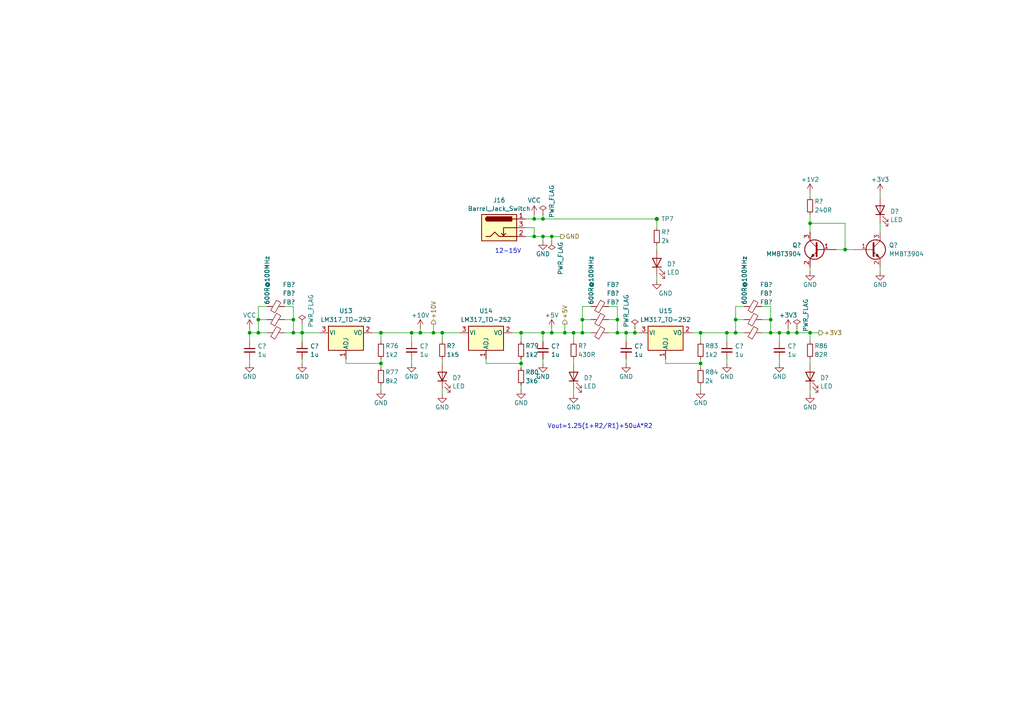
<source format=kicad_sch>
(kicad_sch (version 20230121) (generator eeschema)
  (paper "A4")
  (title_block (title "SmallDSP") (date "2023-10-12") (rev "1.1") (company "Till Heuer"))
  (lib_symbols
    (symbol "Connector:Barrel_Jack_Switch" (pin_names hide)
      (property "Reference" "J" (at 0 5.334 0))
      (property "Value" "Barrel_Jack_Switch" (at 0 -5.08 0))
      (symbol "Barrel_Jack_Switch_0_1"
        (rectangle (start -5.08 3.81) (end 5.08 -3.81) (stroke (width 0.254)) (fill (type background)))
        (arc (start -3.302 3.175) (mid -3.9343 2.54) (end -3.302 1.905) (stroke (width 0.254)))
        (arc (start -3.302 3.175) (mid -3.9343 2.54) (end -3.302 1.905) (stroke (width 0.254)) (fill (type outline)))
        (polyline (pts (xy 1.27 -2.286) (xy 1.905 -1.651)) (stroke (width 0.254)))
        (polyline (pts (xy 5.08 2.54) (xy 3.81 2.54)) (stroke (width 0.254)))
        (polyline (pts (xy 5.08 0) (xy 1.27 0) (xy 1.27 -2.286) (xy 0.635 -1.651)) (stroke (width 0.254)))
        (polyline (pts (xy -3.81 -2.54) (xy -2.54 -2.54) (xy -1.27 -1.27) (xy 0 -2.54) (xy 2.54 -2.54) (xy 5.08 -2.54)) (stroke (width 0.254)))
        (rectangle (start 3.683 3.175) (end -3.302 1.905) (stroke (width 0.254)) (fill (type outline)))
      )
      (symbol "Barrel_Jack_Switch_1_1"
        (pin passive line (at 7.62 2.54 180) (length 2.54) (name "~") (number "1"))
        (pin passive line (at 7.62 -2.54 180) (length 2.54) (name "~") (number "2"))
        (pin passive line (at 7.62 0 180) (length 2.54) (name "~") (number "3"))
      )
    )
    (symbol "Connector:TestPoint_Small" (pin_numbers hide) (pin_names (offset 0.762) hide)
      (property "Reference" "TP" (at 0 3.81 0))
      (property "Value" "TestPoint_Small" (at 0 2.032 0))
      (symbol "TestPoint_Small_0_1"
        (circle (center 0 0) (radius 0.508))
      )
      (symbol "TestPoint_Small_1_1"
        (pin passive line (at 0 0 90) (length 0) (name "1") (number "1"))
      )
    )
    (symbol "Device:C_Small" (pin_numbers hide) (pin_names (offset 0.254) hide)
      (property "Reference" "C" (at 0.254 1.778 0))
      (property "Value" "C_Small" (at 0.254 -2.032 0))
      (symbol "C_Small_0_1"
        (polyline (pts (xy -1.524 -0.508) (xy 1.524 -0.508)) (stroke (width 0.3302)))
        (polyline (pts (xy -1.524 0.508) (xy 1.524 0.508)) (stroke (width 0.3048)))
      )
      (symbol "C_Small_1_1"
        (pin passive line (at 0 2.54 270) (length 2.032) (name "~") (number "1"))
        (pin passive line (at 0 -2.54 90) (length 2.032) (name "~") (number "2"))
      )
    )
    (symbol "Device:FerriteBead_Small" (pin_numbers hide) (pin_names (offset 0))
      (property "Reference" "FB" (at 1.905 1.27 0))
      (property "Value" "FerriteBead_Small" (at 1.905 -1.27 0))
      (symbol "FerriteBead_Small_0_1"
        (polyline (pts (xy 0 -1.27) (xy 0 -0.7874)))
        (polyline (pts (xy 0 0.889) (xy 0 1.2954)))
        (polyline (pts (xy -1.8288 0.2794) (xy -1.1176 1.4986) (xy 1.8288 -0.2032) (xy 1.1176 -1.4224) (xy -1.8288 0.2794)))
      )
      (symbol "FerriteBead_Small_1_1"
        (pin passive line (at 0 2.54 270) (length 1.27) (name "~") (number "1"))
        (pin passive line (at 0 -2.54 90) (length 1.27) (name "~") (number "2"))
      )
    )
    (symbol "Device:LED" (pin_numbers hide) (pin_names (offset 1.016) hide)
      (property "Reference" "D" (at 0 2.54 0))
      (property "Value" "LED" (at 0 -2.54 0))
      (symbol "LED_0_1"
        (polyline (pts (xy -1.27 -1.27) (xy -1.27 1.27)) (stroke (width 0.254)))
        (polyline (pts (xy -1.27 0) (xy 1.27 0)))
        (polyline (pts (xy 1.27 -1.27) (xy 1.27 1.27) (xy -1.27 0) (xy 1.27 -1.27)) (stroke (width 0.254)))
        (polyline (pts (xy -3.048 -0.762) (xy -4.572 -2.286) (xy -3.81 -2.286) (xy -4.572 -2.286) (xy -4.572 -1.524)))
        (polyline (pts (xy -1.778 -0.762) (xy -3.302 -2.286) (xy -2.54 -2.286) (xy -3.302 -2.286) (xy -3.302 -1.524)))
      )
      (symbol "LED_1_1"
        (pin passive line (at -3.81 0 0) (length 2.54) (name "K") (number "1"))
        (pin passive line (at 3.81 0 180) (length 2.54) (name "A") (number "2"))
      )
    )
    (symbol "Device:R_Small" (pin_numbers hide) (pin_names (offset 0.254) hide)
      (property "Reference" "R" (at 0.762 0.508 0))
      (property "Value" "R_Small" (at 0.762 -1.016 0))
      (symbol "R_Small_0_1"
        (rectangle (start -0.762 1.778) (end 0.762 -1.778) (stroke (width 0.2032)))
      )
      (symbol "R_Small_1_1"
        (pin passive line (at 0 2.54 270) (length 0.762) (name "~") (number "1"))
        (pin passive line (at 0 -2.54 90) (length 0.762) (name "~") (number "2"))
      )
    )
    (symbol "Regulator_Linear:LM317_TO-252" (pin_names (offset 0.254))
      (property "Reference" "U" (at -3.81 3.175 0))
      (property "Value" "LM317_TO-252" (at 0 3.175 0))
      (symbol "LM317_TO-252_0_1"
        (rectangle (start -5.08 1.905) (end 5.08 -5.08) (stroke (width 0.254)) (fill (type background)))
      )
      (symbol "LM317_TO-252_1_1"
        (pin input line (at 0 -7.62 90) (length 2.54) (name "ADJ") (number "1"))
        (pin power_out line (at 7.62 0 180) (length 2.54) (name "VO") (number "2"))
        (pin power_in line (at -7.62 0 0) (length 2.54) (name "VI") (number "3"))
      )
    )
    (symbol "Transistor_BJT:MMBT3904" (pin_names (offset 0) hide)
      (property "Reference" "Q" (at 5.08 1.905 0))
      (property "Value" "MMBT3904" (at 5.08 0 0))
      (symbol "MMBT3904_0_1"
        (polyline (pts (xy 0.635 0.635) (xy 2.54 2.54)))
        (polyline (pts (xy 0.635 -0.635) (xy 2.54 -2.54) (xy 2.54 -2.54)))
        (polyline (pts (xy 0.635 1.905) (xy 0.635 -1.905) (xy 0.635 -1.905)) (stroke (width 0.508)))
        (polyline (pts (xy 1.27 -1.778) (xy 1.778 -1.27) (xy 2.286 -2.286) (xy 1.27 -1.778) (xy 1.27 -1.778)) (fill (type outline)))
        (circle (center 1.27 0) (radius 2.8194) (stroke (width 0.254)))
      )
      (symbol "MMBT3904_1_1"
        (pin input line (at -5.08 0 0) (length 5.715) (name "B") (number "1"))
        (pin passive line (at 2.54 -5.08 90) (length 2.54) (name "E") (number "2"))
        (pin passive line (at 2.54 5.08 270) (length 2.54) (name "C") (number "3"))
      )
    )
    (symbol "power:+10V" (power) (pin_names (offset 0))
      (property "Value" "+10V" (at 0 3.556 0))
      (symbol "+10V_0_1"
        (polyline (pts (xy -0.762 1.27) (xy 0 2.54)))
        (polyline (pts (xy 0 0) (xy 0 2.54)))
        (polyline (pts (xy 0 2.54) (xy 0.762 1.27)))
      )
      (symbol "+10V_1_1"
        (pin power_in line (at 0 0 90) (length 0) hide (name "+10V") (number "1"))
      )
    )
    (symbol "power:+1V2" (power) (pin_names (offset 0))
      (property "Value" "+1V2" (at 0 3.556 0))
      (symbol "+1V2_0_1"
        (polyline (pts (xy -0.762 1.27) (xy 0 2.54)))
        (polyline (pts (xy 0 0) (xy 0 2.54)))
        (polyline (pts (xy 0 2.54) (xy 0.762 1.27)))
      )
      (symbol "+1V2_1_1"
        (pin power_in line (at 0 0 90) (length 0) hide (name "+1V2") (number "1"))
      )
    )
    (symbol "power:+3V3" (power) (pin_names (offset 0))
      (property "Value" "+3V3" (at 0 3.556 0))
      (symbol "+3V3_0_1"
        (polyline (pts (xy -0.762 1.27) (xy 0 2.54)))
        (polyline (pts (xy 0 0) (xy 0 2.54)))
        (polyline (pts (xy 0 2.54) (xy 0.762 1.27)))
      )
      (symbol "+3V3_1_1"
        (pin power_in line (at 0 0 90) (length 0) hide (name "+3V3") (number "1"))
      )
    )
    (symbol "power:+5V" (power) (pin_names (offset 0))
      (property "Value" "+5V" (at 0 3.556 0))
      (symbol "+5V_0_1"
        (polyline (pts (xy -0.762 1.27) (xy 0 2.54)))
        (polyline (pts (xy 0 0) (xy 0 2.54)))
        (polyline (pts (xy 0 2.54) (xy 0.762 1.27)))
      )
      (symbol "+5V_1_1"
        (pin power_in line (at 0 0 90) (length 0) hide (name "+5V") (number "1"))
      )
    )
    (symbol "power:GND" (power) (pin_names (offset 0))
      (property "Value" "GND" (at 0 -3.81 0))
      (symbol "GND_0_1"
        (polyline (pts (xy 0 0) (xy 0 -1.27) (xy 1.27 -1.27) (xy 0 -2.54) (xy -1.27 -1.27) (xy 0 -1.27)))
      )
      (symbol "GND_1_1"
        (pin power_in line (at 0 0 270) (length 0) hide (name "GND") (number "1"))
      )
    )
    (symbol "power:PWR_FLAG" (power) (pin_numbers hide) (pin_names (offset 0) hide)
      (property "Value" "PWR_FLAG" (at 0 3.81 0))
      (symbol "PWR_FLAG_0_0"
        (pin power_out line (at 0 0 90) (length 0) (name "pwr") (number "1"))
      )
      (symbol "PWR_FLAG_0_1"
        (polyline (pts (xy 0 0) (xy 0 1.27) (xy -1.016 1.905) (xy 0 2.54) (xy 1.016 1.905) (xy 0 1.27)))
      )
    )
    (symbol "power:VCC" (power) (pin_names (offset 0))
      (property "Value" "VCC" (at 0 3.81 0))
      (symbol "VCC_0_1"
        (polyline (pts (xy -0.762 1.27) (xy 0 2.54)))
        (polyline (pts (xy 0 0) (xy 0 2.54)))
        (polyline (pts (xy 0 2.54) (xy 0.762 1.27)))
      )
      (symbol "VCC_1_1"
        (pin power_in line (at 0 0 90) (length 0) hide (name "VCC") (number "1"))
      )
    )
  )
  (junction (at 87.63 96.52))
  (junction (at 151.13 105.41))
  (junction (at 157.48 68.58))
  (junction (at 213.36 96.52))
  (junction (at 125.73 96.52))
  (junction (at 179.07 96.52))
  (junction (at 234.95 64.77))
  (junction (at 228.6 96.52))
  (junction (at 203.2 105.41))
  (junction (at 179.07 92.71))
  (junction (at 110.49 105.41))
  (junction (at 74.93 96.52))
  (junction (at 190.5 63.5))
  (junction (at 166.37 96.52))
  (junction (at 203.2 96.52))
  (junction (at 226.06 96.52))
  (junction (at 151.13 96.52))
  (junction (at 154.94 63.5))
  (junction (at 121.92 96.52))
  (junction (at 74.93 92.71))
  (junction (at 110.49 96.52))
  (junction (at 163.83 96.52))
  (junction (at 210.82 96.52))
  (junction (at 119.38 96.52))
  (junction (at 85.09 96.52))
  (junction (at 184.15 96.52))
  (junction (at 231.14 96.52))
  (junction (at 157.48 63.5))
  (junction (at 181.61 96.52))
  (junction (at 72.39 96.52))
  (junction (at 223.52 92.71))
  (junction (at 168.91 92.71))
  (junction (at 128.27 96.52))
  (junction (at 234.95 96.52))
  (junction (at 223.52 96.52))
  (junction (at 157.48 96.52))
  (junction (at 160.02 96.52))
  (junction (at 168.91 96.52))
  (junction (at 154.94 68.58))
  (junction (at 85.09 92.71))
  (junction (at 245.11 72.39))
  (junction (at 213.36 92.71))
  (junction (at 160.02 68.58))
  (wire (pts (xy 128.27 96.52) (xy 128.27 99.06)))
  (wire (pts (xy 203.2 104.14) (xy 203.2 105.41)))
  (wire (pts (xy 160.02 95.25) (xy 160.02 96.52)))
  (wire (pts (xy 151.13 111.76) (xy 151.13 113.03)))
  (wire (pts (xy 203.2 111.76) (xy 203.2 113.03)))
  (wire (pts (xy 151.13 105.41) (xy 151.13 106.68)))
  (wire (pts (xy 140.97 105.41) (xy 151.13 105.41)))
  (wire (pts (xy 234.95 77.47) (xy 234.95 78.74)))
  (wire (pts (xy 128.27 104.14) (xy 128.27 105.41)))
  (wire (pts (xy 223.52 92.71) (xy 223.52 96.52)))
  (wire (pts (xy 200.66 96.52) (xy 203.2 96.52)))
  (wire (pts (xy 82.55 96.52) (xy 85.09 96.52)))
  (wire (pts (xy 87.63 99.06) (xy 87.63 96.52)))
  (wire (pts (xy 228.6 96.52) (xy 231.14 96.52)))
  (wire (pts (xy 85.09 88.9) (xy 85.09 92.71)))
  (wire (pts (xy 151.13 104.14) (xy 151.13 105.41)))
  (wire (pts (xy 215.9 92.71) (xy 213.36 92.71)))
  (wire (pts (xy 234.95 96.52) (xy 237.49 96.52)))
  (wire (pts (xy 184.15 95.25) (xy 184.15 96.52)))
  (wire (pts (xy 181.61 99.06) (xy 181.61 96.52)))
  (wire (pts (xy 128.27 113.03) (xy 128.27 114.3)))
  (wire (pts (xy 151.13 99.06) (xy 151.13 96.52)))
  (wire (pts (xy 234.95 62.23) (xy 234.95 64.77)))
  (wire (pts (xy 166.37 96.52) (xy 168.91 96.52)))
  (wire (pts (xy 140.97 105.41) (xy 140.97 104.14)))
  (wire (pts (xy 74.93 96.52) (xy 77.47 96.52)))
  (wire (pts (xy 157.48 68.58) (xy 157.48 69.85)))
  (wire (pts (xy 151.13 96.52) (xy 157.48 96.52)))
  (wire (pts (xy 179.07 96.52) (xy 181.61 96.52)))
  (wire (pts (xy 72.39 96.52) (xy 72.39 99.06)))
  (wire (pts (xy 110.49 104.14) (xy 110.49 105.41)))
  (wire (pts (xy 220.98 96.52) (xy 223.52 96.52)))
  (wire (pts (xy 154.94 63.5) (xy 154.94 62.23)))
  (wire (pts (xy 215.9 88.9) (xy 213.36 88.9)))
  (wire (pts (xy 157.48 104.14) (xy 157.48 105.41)))
  (wire (pts (xy 100.33 105.41) (xy 100.33 104.14)))
  (wire (pts (xy 168.91 96.52) (xy 171.45 96.52)))
  (wire (pts (xy 220.98 88.9) (xy 223.52 88.9)))
  (wire (pts (xy 203.2 96.52) (xy 210.82 96.52)))
  (wire (pts (xy 181.61 96.52) (xy 184.15 96.52)))
  (wire (pts (xy 121.92 96.52) (xy 125.73 96.52)))
  (wire (pts (xy 157.48 96.52) (xy 157.48 99.06)))
  (wire (pts (xy 110.49 105.41) (xy 110.49 106.68)))
  (wire (pts (xy 245.11 64.77) (xy 234.95 64.77)))
  (wire (pts (xy 231.14 96.52) (xy 234.95 96.52)))
  (wire (pts (xy 213.36 92.71) (xy 213.36 96.52)))
  (wire (pts (xy 154.94 68.58) (xy 157.48 68.58)))
  (wire (pts (xy 220.98 92.71) (xy 223.52 92.71)))
  (wire (pts (xy 72.39 95.25) (xy 72.39 96.52)))
  (wire (pts (xy 203.2 99.06) (xy 203.2 96.52)))
  (wire (pts (xy 234.95 55.88) (xy 234.95 57.15)))
  (wire (pts (xy 210.82 104.14) (xy 210.82 105.41)))
  (wire (pts (xy 213.36 88.9) (xy 213.36 92.71)))
  (wire (pts (xy 154.94 63.5) (xy 157.48 63.5)))
  (wire (pts (xy 213.36 96.52) (xy 215.9 96.52)))
  (wire (pts (xy 223.52 88.9) (xy 223.52 92.71)))
  (wire (pts (xy 168.91 92.71) (xy 168.91 96.52)))
  (wire (pts (xy 87.63 96.52) (xy 92.71 96.52)))
  (wire (pts (xy 154.94 66.04) (xy 154.94 68.58)))
  (wire (pts (xy 166.37 96.52) (xy 163.83 96.52)))
  (wire (pts (xy 255.27 77.47) (xy 255.27 78.74)))
  (wire (pts (xy 119.38 104.14) (xy 119.38 105.41)))
  (wire (pts (xy 152.4 63.5) (xy 154.94 63.5)))
  (wire (pts (xy 203.2 105.41) (xy 203.2 106.68)))
  (wire (pts (xy 231.14 95.25) (xy 231.14 96.52)))
  (wire (pts (xy 77.47 88.9) (xy 74.93 88.9)))
  (wire (pts (xy 234.95 113.03) (xy 234.95 114.3)))
  (wire (pts (xy 77.47 92.71) (xy 74.93 92.71)))
  (wire (pts (xy 193.04 105.41) (xy 193.04 104.14)))
  (wire (pts (xy 87.63 105.41) (xy 87.63 104.14)))
  (wire (pts (xy 121.92 95.25) (xy 121.92 96.52)))
  (wire (pts (xy 157.48 96.52) (xy 160.02 96.52)))
  (wire (pts (xy 226.06 99.06) (xy 226.06 96.52)))
  (wire (pts (xy 171.45 92.71) (xy 168.91 92.71)))
  (wire (pts (xy 242.57 72.39) (xy 245.11 72.39)))
  (wire (pts (xy 168.91 88.9) (xy 168.91 92.71)))
  (wire (pts (xy 171.45 88.9) (xy 168.91 88.9)))
  (wire (pts (xy 255.27 64.77) (xy 255.27 67.31)))
  (wire (pts (xy 245.11 72.39) (xy 245.11 64.77)))
  (wire (pts (xy 226.06 96.52) (xy 228.6 96.52)))
  (wire (pts (xy 128.27 96.52) (xy 133.35 96.52)))
  (wire (pts (xy 179.07 92.71) (xy 179.07 96.52)))
  (wire (pts (xy 119.38 96.52) (xy 121.92 96.52)))
  (wire (pts (xy 190.5 80.01) (xy 190.5 81.28)))
  (wire (pts (xy 193.04 105.41) (xy 203.2 105.41)))
  (wire (pts (xy 226.06 105.41) (xy 226.06 104.14)))
  (wire (pts (xy 181.61 105.41) (xy 181.61 104.14)))
  (wire (pts (xy 234.95 64.77) (xy 234.95 67.31)))
  (wire (pts (xy 160.02 96.52) (xy 163.83 96.52)))
  (wire (pts (xy 245.11 72.39) (xy 247.65 72.39)))
  (wire (pts (xy 110.49 96.52) (xy 119.38 96.52)))
  (wire (pts (xy 210.82 96.52) (xy 210.82 99.06)))
  (wire (pts (xy 157.48 63.5) (xy 190.5 63.5)))
  (wire (pts (xy 148.59 96.52) (xy 151.13 96.52)))
  (wire (pts (xy 160.02 68.58) (xy 162.56 68.58)))
  (wire (pts (xy 152.4 66.04) (xy 154.94 66.04)))
  (wire (pts (xy 82.55 88.9) (xy 85.09 88.9)))
  (wire (pts (xy 163.83 93.98) (xy 163.83 96.52)))
  (wire (pts (xy 157.48 68.58) (xy 160.02 68.58)))
  (wire (pts (xy 125.73 93.98) (xy 125.73 96.52)))
  (wire (pts (xy 179.07 88.9) (xy 179.07 92.71)))
  (wire (pts (xy 166.37 113.03) (xy 166.37 114.3)))
  (wire (pts (xy 72.39 96.52) (xy 74.93 96.52)))
  (wire (pts (xy 107.95 96.52) (xy 110.49 96.52)))
  (wire (pts (xy 166.37 96.52) (xy 166.37 99.06)))
  (wire (pts (xy 190.5 66.04) (xy 190.5 63.5)))
  (wire (pts (xy 74.93 92.71) (xy 74.93 96.52)))
  (wire (pts (xy 234.95 104.14) (xy 234.95 105.41)))
  (wire (pts (xy 176.53 96.52) (xy 179.07 96.52)))
  (wire (pts (xy 234.95 96.52) (xy 234.95 99.06)))
  (wire (pts (xy 255.27 55.88) (xy 255.27 57.15)))
  (wire (pts (xy 85.09 92.71) (xy 85.09 96.52)))
  (wire (pts (xy 85.09 96.52) (xy 87.63 96.52)))
  (wire (pts (xy 119.38 96.52) (xy 119.38 99.06)))
  (wire (pts (xy 166.37 104.14) (xy 166.37 105.41)))
  (wire (pts (xy 110.49 111.76) (xy 110.49 113.03)))
  (wire (pts (xy 176.53 88.9) (xy 179.07 88.9)))
  (wire (pts (xy 223.52 96.52) (xy 226.06 96.52)))
  (wire (pts (xy 160.02 68.58) (xy 160.02 69.85)))
  (wire (pts (xy 228.6 95.25) (xy 228.6 96.52)))
  (wire (pts (xy 128.27 96.52) (xy 125.73 96.52)))
  (wire (pts (xy 82.55 92.71) (xy 85.09 92.71)))
  (wire (pts (xy 157.48 62.23) (xy 157.48 63.5)))
  (wire (pts (xy 210.82 96.52) (xy 213.36 96.52)))
  (wire (pts (xy 87.63 93.98) (xy 87.63 96.52)))
  (wire (pts (xy 184.15 96.52) (xy 185.42 96.52)))
  (wire (pts (xy 74.93 88.9) (xy 74.93 92.71)))
  (wire (pts (xy 100.33 105.41) (xy 110.49 105.41)))
  (wire (pts (xy 152.4 68.58) (xy 154.94 68.58)))
  (wire (pts (xy 110.49 99.06) (xy 110.49 96.52)))
  (wire (pts (xy 190.5 71.12) (xy 190.5 72.39)))
  (wire (pts (xy 72.39 104.14) (xy 72.39 105.41)))
  (wire (pts (xy 176.53 92.71) (xy 179.07 92.71)))
  (text "Vout=1.25(1+R2/R1)+50uA*R2" (at 158.75 124.46 0) (effects (font (size 1.27 1.27)) (justify left bottom)))
  (text "12-15V" (at 143.51 73.66 0) (effects (font (size 1.27 1.27)) (justify left bottom)))
  (hierarchical_label "+5V" (shape output) (at 163.83 93.98 90))
  (hierarchical_label "GND" (shape output) (at 162.56 68.58 0))
  (hierarchical_label "+10V" (shape output) (at 125.73 93.98 90))
  (hierarchical_label "+3V3" (shape output) (at 237.49 96.52 0))
  (symbol (lib_id "Device:FerriteBead_Small") (at 218.44 96.52 90) (unit 1)
    (property "Reference" "FB?" (at 222.25 87.63 90))
    (property "Value" "600R@100MHz" (at 215.9 81.28 0))
    (property "Footprint" "Inductor_SMD:L_0805_2012Metric" (effects hide))
    (property "Assembling" "X" (effects hide))
    (property "JLC Part Number" "C1017" (effects hide))
    (property "Manufacturer" "Sunlord" (effects hide))
    (property "Part Number" "GZ2012D601TF" (effects hide))
    (property "Rated Current" "500mA" (effects hide))
    (instances (project "SmallDSPMainBoard" (path "" (reference "FB?") (unit 1)) (path "" (reference "FB9") (unit 1))))
  )
  (symbol (lib_id "power:GND") (at 203.2 113.03 0) (unit 1)
    (property "Reference" "#PWR?" (effects hide))
    (property "Value" "GND" (at 203.2 116.84 0))
    (instances (project "SmallDSPMainBoard" (path "" (reference "#PWR?") (unit 1)) (path "" (reference "#PWR0177") (unit 1))))
  )
  (symbol (lib_id "Connector:TestPoint_Small") (at 190.5 63.5 0) (unit 1)
    (property "Reference" "TP7" (at 191.77 63.5 0) (effects (justify left)))
    (property "Value" "TestPoint_Small" (effects hide))
    (property "Footprint" "TestPoint:TestPoint_Pad_D1.0mm" (effects hide))
  )
  (symbol (lib_id "Regulator_Linear:LM317_TO-252") (at 100.33 96.52 0) (unit 1)
    (property "Reference" "U13" (at 100.33 90.17 0))
    (property "Value" "LM317_TO-252" (at 100.33 92.71 0))
    (property "Footprint" "Package_TO_SOT_SMD:TO-252-2" (effects hide))
    (property "Datasheet" "http://www.ti.com/lit/ds/snvs774n/snvs774n.pdf" (effects hide))
    (property "Assembling" "X" (effects hide))
    (property "JLC Part Number" "C75510" (effects hide))
    (property "Manufacturer" "UTC(Unisonic Tech) " (effects hide))
    (property "Part Number" "LM317AG-TN3-R " (effects hide))
  )
  (symbol (lib_id "power:+5V") (at 160.02 95.25 0) (unit 1)
    (property "Reference" "#PWR?" (effects hide))
    (property "Value" "+5V" (at 160.02 91.44 0))
    (instances (project "SmallDSPMainBoard" (path "" (reference "#PWR?") (unit 1)) (path "" (reference "#PWR0173") (unit 1))))
  )
  (symbol (lib_id "power:GND") (at 119.38 105.41 0) (unit 1)
    (property "Reference" "#PWR?" (effects hide))
    (property "Value" "GND" (at 119.38 109.22 0))
    (instances (project "SmallDSPMainBoard" (path "" (reference "#PWR?") (unit 1)) (path "" (reference "#PWR0166") (unit 1))))
  )
  (symbol (lib_id "power:GND") (at 166.37 114.3 0) (unit 1)
    (property "Reference" "#PWR?" (effects hide))
    (property "Value" "GND" (at 166.37 118.11 0))
    (instances (project "SmallDSPMainBoard" (path "" (reference "#PWR?") (unit 1)) (path "" (reference "#PWR0174") (unit 1))))
  )
  (symbol (lib_id "power:PWR_FLAG") (at 157.48 62.23 0) (mirror y) (unit 1)
    (property "Reference" "#FLG?" (effects hide))
    (property "Value" "PWR_FLAG" (at 160.02 58.42 90))
    (instances (project "SmallDSPMainBoard" (path "" (reference "#FLG?") (unit 1)) (path "" (reference "#FLG03") (unit 1))))
  )
  (symbol (lib_id "power:PWR_FLAG") (at 160.02 69.85 0) (mirror x) (unit 1)
    (property "Reference" "#FLG?" (effects hide))
    (property "Value" "PWR_FLAG" (at 162.56 74.93 90))
    (instances (project "SmallDSPMainBoard" (path "" (reference "#FLG?") (unit 1)) (path "" (reference "#FLG04") (unit 1))))
  )
  (symbol (lib_id "Device:C_Small") (at 157.48 101.6 0) (unit 1)
    (property "Reference" "C?" (at 159.8041 100.3942 0) (effects (justify left)))
    (property "Value" "1u" (at 159.8041 102.8184 0) (effects (justify left)))
    (property "Footprint" "Capacitor_SMD:C_0805_2012Metric" (effects hide))
    (property "Dielectric" "X7R" (effects hide))
    (property "Rated Voltage" "50V" (effects hide))
    (property "Assembling" "X" (effects hide))
    (property "JLC Part Number" "C28323" (effects hide))
    (property "Manufacturer" "Samsung Electro-Mechanics" (effects hide))
    (property "Part Number" "CL21B105KBFNNNE" (effects hide))
    (property "Tolerance" "10%" (effects hide))
    (instances (project "SmallDSPMainBoard" (path "" (reference "C?") (unit 1)) (path "" (reference "C55") (unit 1))))
  )
  (symbol (lib_id "power:PWR_FLAG") (at 87.63 93.98 0) (mirror y) (unit 1)
    (property "Reference" "#FLG?" (effects hide))
    (property "Value" "PWR_FLAG" (at 90.17 90.17 90))
    (instances (project "SmallDSPMainBoard" (path "" (reference "#FLG?") (unit 1)) (path "" (reference "#FLG02") (unit 1))))
  )
  (symbol (lib_id "Connector:Barrel_Jack_Switch") (at 144.78 66.04 0) (unit 1)
    (property "Reference" "J16" (at 144.78 58.0857 0))
    (property "Value" "Barrel_Jack_Switch" (at 144.78 60.5099 0))
    (property "Footprint" "1_Project_Footprints:BarrelJack_CUI_PJ-079BH_Horizontal" (effects hide))
    (property "Manufacturer" "CUI Devices" (effects hide))
    (property "Part Number" "PJ-079BH" (effects hide))
  )
  (symbol (lib_id "power:+10V") (at 121.92 95.25 0) (unit 1)
    (property "Reference" "#PWR0167" (effects hide))
    (property "Value" "+10V" (at 121.92 91.44 0))
  )
  (symbol (lib_id "Device:R_Small") (at 190.5 68.58 0) (unit 1)
    (property "Reference" "R?" (at 191.77 67.31 0) (effects (justify left)))
    (property "Value" "2k" (at 191.77 69.85 0) (effects (justify left)))
    (property "Footprint" "Resistor_SMD:R_0603_1608Metric" (effects hide))
    (property "Assembling" "X" (effects hide))
    (property "JLC Part Number" "C22975" (effects hide))
    (property "Manufacturer" "UNI-ROYAL(Uniroyal Elec)" (effects hide))
    (property "Part Number" "0603WAF2001T5E" (effects hide))
    (property "Rated Power" "100mW" (effects hide))
    (property "Tolerance" "1%" (effects hide))
    (instances (project "SmallDSPMainBoard" (path "" (reference "R?") (unit 1)) (path "" (reference "R82") (unit 1))))
  )
  (symbol (lib_id "power:GND") (at 157.48 105.41 0) (unit 1)
    (property "Reference" "#PWR?" (effects hide))
    (property "Value" "GND" (at 157.48 109.22 0))
    (instances (project "SmallDSPMainBoard" (path "" (reference "#PWR?") (unit 1)) (path "" (reference "#PWR0172") (unit 1))))
  )
  (symbol (lib_id "Device:LED") (at 255.27 60.96 90) (unit 1)
    (property "Reference" "D?" (at 258.191 61.3354 90) (effects (justify right)))
    (property "Value" "LED" (at 258.191 63.7596 90) (effects (justify right)))
    (property "Footprint" "LED_SMD:LED_0603_1608Metric" (effects hide))
    (property "Assembling" "X" (effects hide))
    (property "JLC Part Number" "C72041" (effects hide))
    (property "Manufacturer" "Everlight Elec" (effects hide))
    (property "Part Number" "19-217/BHC-ZL1M2RY/3T" (effects hide))
    (instances (project "SmallDSPMainBoard" (path "" (reference "D?") (unit 1)) (path "" (reference "D20") (unit 1))))
  )
  (symbol (lib_id "power:PWR_FLAG") (at 231.14 95.25 0) (mirror y) (unit 1)
    (property "Reference" "#FLG?" (effects hide))
    (property "Value" "PWR_FLAG" (at 233.68 91.44 90))
    (instances (project "SmallDSPMainBoard" (path "" (reference "#FLG?") (unit 1)) (path "" (reference "#FLG06") (unit 1))))
  )
  (symbol (lib_id "Device:R_Small") (at 203.2 109.22 0) (unit 1)
    (property "Reference" "R84" (at 204.47 107.95 0) (effects (justify left)))
    (property "Value" "2k" (at 204.47 110.49 0) (effects (justify left)))
    (property "Footprint" "Resistor_SMD:R_0603_1608Metric" (effects hide))
    (property "Manufacturer" "UNI-ROYAL(Uniroyal Elec)" (effects hide))
    (property "Part Number" "0603WAF2001T5E" (effects hide))
    (property "Rated Power" "100mW" (effects hide))
    (property "Assembling" "X" (effects hide))
    (property "JLC Part Number" "C22975" (effects hide))
    (property "Tolerance" "1%" (effects hide))
  )
  (symbol (lib_id "power:VCC") (at 154.94 62.23 0) (unit 1)
    (property "Reference" "#PWR?" (effects hide))
    (property "Value" "VCC" (at 154.94 58.0969 0))
    (instances (project "SmallDSPMainBoard" (path "" (reference "#PWR?") (unit 1)) (path "" (reference "#PWR0170") (unit 1))))
  )
  (symbol (lib_id "Device:LED") (at 190.5 76.2 90) (unit 1)
    (property "Reference" "D?" (at 193.421 76.5754 90) (effects (justify right)))
    (property "Value" "LED" (at 193.421 78.9996 90) (effects (justify right)))
    (property "Footprint" "LED_SMD:LED_0603_1608Metric" (effects hide))
    (property "Assembling" "X" (effects hide))
    (property "JLC Part Number" "C72041" (effects hide))
    (property "Manufacturer" "Everlight Elec" (effects hide))
    (property "Part Number" "19-217/BHC-ZL1M2RY/3T" (effects hide))
    (instances (project "SmallDSPMainBoard" (path "" (reference "D?") (unit 1)) (path "" (reference "D18") (unit 1))))
  )
  (symbol (lib_id "Device:FerriteBead_Small") (at 80.01 88.9 90) (unit 1)
    (property "Reference" "FB?" (at 83.82 85.09 90))
    (property "Value" "600R@100MHz" (at 77.47 81.28 0))
    (property "Footprint" "Inductor_SMD:L_0805_2012Metric" (effects hide))
    (property "Assembling" "X" (effects hide))
    (property "JLC Part Number" "C1017" (effects hide))
    (property "Manufacturer" "Sunlord" (effects hide))
    (property "Part Number" "GZ2012D601TF" (effects hide))
    (property "Rated Current" "500mA" (effects hide))
    (instances (project "SmallDSPMainBoard" (path "" (reference "FB?") (unit 1)) (path "" (reference "FB1") (unit 1))))
  )
  (symbol (lib_id "power:GND") (at 181.61 105.41 0) (unit 1)
    (property "Reference" "#PWR?" (effects hide))
    (property "Value" "GND" (at 181.61 109.22 0))
    (instances (project "SmallDSPMainBoard" (path "" (reference "#PWR?") (unit 1)) (path "" (reference "#PWR0175") (unit 1))))
  )
  (symbol (lib_id "power:GND") (at 210.82 105.41 0) (unit 1)
    (property "Reference" "#PWR?" (effects hide))
    (property "Value" "GND" (at 210.82 109.22 0))
    (instances (project "SmallDSPMainBoard" (path "" (reference "#PWR?") (unit 1)) (path "" (reference "#PWR0178") (unit 1))))
  )
  (symbol (lib_id "Device:LED") (at 128.27 109.22 90) (unit 1)
    (property "Reference" "D?" (at 131.191 109.5954 90) (effects (justify right)))
    (property "Value" "LED" (at 131.191 112.0196 90) (effects (justify right)))
    (property "Footprint" "LED_SMD:LED_0603_1608Metric" (effects hide))
    (property "Assembling" "X" (effects hide))
    (property "JLC Part Number" "C72041" (effects hide))
    (property "Manufacturer" "Everlight Elec" (effects hide))
    (property "Part Number" "19-217/BHC-ZL1M2RY/3T" (effects hide))
    (instances (project "SmallDSPMainBoard" (path "" (reference "D?") (unit 1)) (path "" (reference "D16") (unit 1))))
  )
  (symbol (lib_id "Transistor_BJT:MMBT3904") (at 252.73 72.39 0) (unit 1)
    (property "Reference" "Q?" (at 257.81 71.1199 0) (effects (justify left)))
    (property "Value" "MMBT3904" (at 257.81 73.6599 0) (effects (justify left)))
    (property "Footprint" "Package_TO_SOT_SMD:SOT-23" (effects hide))
    (property "Assembling" "X" (effects hide))
    (property "JLC Part Number" "C20526" (effects hide))
    (property "Manufacturer" "Jiangsu Changjing Electronics Technology Co., Ltd." (effects hide))
    (property "Part Number" "MMBT3904" (effects hide))
    (instances (project "SmallDSPMainBoard" (path "" (reference "Q?") (unit 1)) (path "" (reference "Q3") (unit 1))))
  )
  (symbol (lib_id "power:GND") (at 128.27 114.3 0) (unit 1)
    (property "Reference" "#PWR?" (effects hide))
    (property "Value" "GND" (at 128.27 118.11 0))
    (instances (project "SmallDSPMainBoard" (path "" (reference "#PWR?") (unit 1)) (path "" (reference "#PWR0168") (unit 1))))
  )
  (symbol (lib_id "power:GND") (at 87.63 105.41 0) (unit 1)
    (property "Reference" "#PWR?" (effects hide))
    (property "Value" "GND" (at 87.63 109.22 0))
    (instances (project "SmallDSPMainBoard" (path "" (reference "#PWR?") (unit 1)) (path "" (reference "#PWR0164") (unit 1))))
  )
  (symbol (lib_id "Device:FerriteBead_Small") (at 173.99 88.9 90) (unit 1)
    (property "Reference" "FB?" (at 177.8 85.09 90))
    (property "Value" "600R@100MHz" (at 171.45 81.28 0))
    (property "Footprint" "Inductor_SMD:L_0805_2012Metric" (effects hide))
    (property "Assembling" "X" (effects hide))
    (property "JLC Part Number" "C1017" (effects hide))
    (property "Manufacturer" "Sunlord" (effects hide))
    (property "Part Number" "GZ2012D601TF" (effects hide))
    (property "Rated Current" "500mA" (effects hide))
    (instances (project "SmallDSPMainBoard" (path "" (reference "FB?") (unit 1)) (path "" (reference "FB4") (unit 1))))
  )
  (symbol (lib_id "power:GND") (at 72.39 105.41 0) (unit 1)
    (property "Reference" "#PWR?" (effects hide))
    (property "Value" "GND" (at 72.39 109.22 0))
    (instances (project "SmallDSPMainBoard" (path "" (reference "#PWR?") (unit 1)) (path "" (reference "#PWR0163") (unit 1))))
  )
  (symbol (lib_id "Device:FerriteBead_Small") (at 80.01 92.71 90) (unit 1)
    (property "Reference" "FB?" (at 83.82 82.55 90))
    (property "Value" "600R@100MHz" (at 77.47 81.28 0))
    (property "Footprint" "Inductor_SMD:L_0805_2012Metric" (effects hide))
    (property "Assembling" "X" (effects hide))
    (property "JLC Part Number" "C1017" (effects hide))
    (property "Manufacturer" "Sunlord" (effects hide))
    (property "Part Number" "GZ2012D601TF" (effects hide))
    (property "Rated Current" "500mA" (effects hide))
    (instances (project "SmallDSPMainBoard" (path "" (reference "FB?") (unit 1)) (path "" (reference "FB2") (unit 1))))
  )
  (symbol (lib_id "power:+1V2") (at 234.95 55.88 0) (unit 1)
    (property "Reference" "#PWR?" (effects hide))
    (property "Value" "+1V2" (at 234.95 52.07 0))
    (instances (project "SmallDSPMainBoard" (path "" (reference "#PWR?") (unit 1)) (path "" (reference "#PWR0181") (unit 1))))
  )
  (symbol (lib_id "power:GND") (at 234.95 78.74 0) (unit 1)
    (property "Reference" "#PWR?" (effects hide))
    (property "Value" "GND" (at 234.95 82.55 0))
    (instances (project "SmallDSPMainBoard" (path "" (reference "#PWR?") (unit 1)) (path "" (reference "#PWR0182") (unit 1))))
  )
  (symbol (lib_id "Device:FerriteBead_Small") (at 173.99 96.52 90) (unit 1)
    (property "Reference" "FB?" (at 177.8 87.63 90))
    (property "Value" "600R@100MHz" (at 171.45 81.28 0))
    (property "Footprint" "Inductor_SMD:L_0805_2012Metric" (effects hide))
    (property "Assembling" "X" (effects hide))
    (property "JLC Part Number" "C1017" (effects hide))
    (property "Manufacturer" "Sunlord" (effects hide))
    (property "Part Number" "GZ2012D601TF" (effects hide))
    (property "Rated Current" "500mA" (effects hide))
    (instances (project "SmallDSPMainBoard" (path "" (reference "FB?") (unit 1)) (path "" (reference "FB6") (unit 1))))
  )
  (symbol (lib_id "Device:R_Small") (at 128.27 101.6 0) (unit 1)
    (property "Reference" "R?" (at 129.54 100.33 0) (effects (justify left)))
    (property "Value" "1k5" (at 129.54 102.87 0) (effects (justify left)))
    (property "Footprint" "Resistor_SMD:R_0603_1608Metric" (effects hide))
    (property "Assembling" "X" (effects hide))
    (property "JLC Part Number" "C22843" (effects hide))
    (property "Manufacturer" "UNI-ROYAL(Uniroyal Elec)" (effects hide))
    (property "Part Number" "0603WAF1501T5E" (effects hide))
    (property "Rated Power" "100mW" (effects hide))
    (property "Tolerance" "1%" (effects hide))
    (instances (project "SmallDSPMainBoard" (path "" (reference "R?") (unit 1)) (path "" (reference "R78") (unit 1))))
  )
  (symbol (lib_id "power:+3V3") (at 228.6 95.25 0) (unit 1)
    (property "Reference" "#PWR?" (effects hide))
    (property "Value" "+3V3" (at 228.6 91.44 0))
    (instances (project "SmallDSPMainBoard" (path "" (reference "#PWR?") (unit 1)) (path "" (reference "#PWR0180") (unit 1))))
  )
  (symbol (lib_id "Device:R_Small") (at 151.13 109.22 0) (unit 1)
    (property "Reference" "R80" (at 152.4 107.95 0) (effects (justify left)))
    (property "Value" "3k6" (at 152.4 110.49 0) (effects (justify left)))
    (property "Footprint" "Resistor_SMD:R_0603_1608Metric" (effects hide))
    (property "Assembling" "X" (effects hide))
    (property "JLC Part Number" "C22980" (effects hide))
    (property "Manufacturer" "UNI-ROYAL(Uniroyal Elec)" (effects hide))
    (property "Part Number" "0603WAF3601T5E" (effects hide))
    (property "Rated Power" "100mW" (effects hide))
    (property "Tolerance" "1%" (effects hide))
  )
  (symbol (lib_id "Device:FerriteBead_Small") (at 80.01 96.52 90) (unit 1)
    (property "Reference" "FB?" (at 83.82 87.63 90))
    (property "Value" "600R@100MHz" (at 77.47 81.28 0))
    (property "Footprint" "Inductor_SMD:L_0805_2012Metric" (effects hide))
    (property "Assembling" "X" (effects hide))
    (property "JLC Part Number" "C1017" (effects hide))
    (property "Manufacturer" "Sunlord" (effects hide))
    (property "Part Number" "GZ2012D601TF" (effects hide))
    (property "Rated Current" "500mA" (effects hide))
    (instances (project "SmallDSPMainBoard" (path "" (reference "FB?") (unit 1)) (path "" (reference "FB3") (unit 1))))
  )
  (symbol (lib_id "Device:C_Small") (at 72.39 101.6 0) (unit 1)
    (property "Reference" "C?" (at 74.7141 100.3942 0) (effects (justify left)))
    (property "Value" "1u" (at 74.7141 102.8184 0) (effects (justify left)))
    (property "Footprint" "Capacitor_SMD:C_0805_2012Metric" (effects hide))
    (property "Dielectric" "X7R" (effects hide))
    (property "Rated Voltage" "50V" (effects hide))
    (property "Assembling" "X" (effects hide))
    (property "JLC Part Number" "C28323" (effects hide))
    (property "Manufacturer" "Samsung Electro-Mechanics" (effects hide))
    (property "Part Number" "CL21B105KBFNNNE" (effects hide))
    (property "Tolerance" "10%" (effects hide))
    (instances (project "SmallDSPMainBoard" (path "" (reference "C?") (unit 1)) (path "" (reference "C52") (unit 1))))
  )
  (symbol (lib_id "power:GND") (at 157.48 69.85 0) (unit 1)
    (property "Reference" "#PWR?" (effects hide))
    (property "Value" "GND" (at 157.48 73.66 0))
    (instances (project "SmallDSPMainBoard" (path "" (reference "#PWR?") (unit 1)) (path "" (reference "#PWR0171") (unit 1))))
  )
  (symbol (lib_id "Regulator_Linear:LM317_TO-252") (at 193.04 96.52 0) (unit 1)
    (property "Reference" "U15" (at 193.04 90.17 0))
    (property "Value" "LM317_TO-252" (at 193.04 92.71 0))
    (property "Footprint" "Package_TO_SOT_SMD:TO-252-2" (effects hide))
    (property "Datasheet" "http://www.ti.com/lit/ds/snvs774n/snvs774n.pdf" (effects hide))
    (property "Assembling" "X" (effects hide))
    (property "JLC Part Number" "C75510" (effects hide))
    (property "Manufacturer" "UTC(Unisonic Tech) " (effects hide))
    (property "Part Number" "LM317AG-TN3-R " (effects hide))
  )
  (symbol (lib_id "power:GND") (at 226.06 105.41 0) (unit 1)
    (property "Reference" "#PWR?" (effects hide))
    (property "Value" "GND" (at 226.06 109.22 0))
    (instances (project "SmallDSPMainBoard" (path "" (reference "#PWR?") (unit 1)) (path "" (reference "#PWR0179") (unit 1))))
  )
  (symbol (lib_id "Device:R_Small") (at 110.49 101.6 0) (unit 1)
    (property "Reference" "R76" (at 111.76 100.33 0) (effects (justify left)))
    (property "Value" "1k2" (at 111.76 102.87 0) (effects (justify left)))
    (property "Footprint" "Resistor_SMD:R_0402_1005Metric" (effects hide))
    (property "Manufacturer" "UNI-ROYAL(Uniroyal Elec)" (effects hide))
    (property "Part Number" "0402WGF1201TCE" (effects hide))
    (property "Rated Power" "62.5mW" (effects hide))
    (property "Assembling" "X" (effects hide))
    (property "JLC Part Number" "C25862" (effects hide))
    (property "Tolerance" "1%" (effects hide))
  )
  (symbol (lib_id "Device:C_Small") (at 87.63 101.6 0) (unit 1)
    (property "Reference" "C?" (at 89.9541 100.3942 0) (effects (justify left)))
    (property "Value" "1u" (at 89.9541 102.8184 0) (effects (justify left)))
    (property "Footprint" "Capacitor_SMD:C_0805_2012Metric" (effects hide))
    (property "Dielectric" "X7R" (effects hide))
    (property "Rated Voltage" "50V" (effects hide))
    (property "Assembling" "X" (effects hide))
    (property "JLC Part Number" "C28323" (effects hide))
    (property "Manufacturer" "Samsung Electro-Mechanics" (effects hide))
    (property "Part Number" "CL21B105KBFNNNE" (effects hide))
    (property "Tolerance" "10%" (effects hide))
    (instances (project "SmallDSPMainBoard" (path "" (reference "C?") (unit 1)) (path "" (reference "C53") (unit 1))))
  )
  (symbol (lib_id "Device:LED") (at 234.95 109.22 90) (unit 1)
    (property "Reference" "D?" (at 237.871 109.5954 90) (effects (justify right)))
    (property "Value" "LED" (at 237.871 112.0196 90) (effects (justify right)))
    (property "Footprint" "LED_SMD:LED_0603_1608Metric" (effects hide))
    (property "Assembling" "X" (effects hide))
    (property "JLC Part Number" "C72041" (effects hide))
    (property "Manufacturer" "Everlight Elec" (effects hide))
    (property "Part Number" "19-217/BHC-ZL1M2RY/3T" (effects hide))
    (instances (project "SmallDSPMainBoard" (path "" (reference "D?") (unit 1)) (path "" (reference "D19") (unit 1))))
  )
  (symbol (lib_id "Device:FerriteBead_Small") (at 218.44 88.9 90) (unit 1)
    (property "Reference" "FB?" (at 222.25 85.09 90))
    (property "Value" "600R@100MHz" (at 215.9 81.28 0))
    (property "Footprint" "Inductor_SMD:L_0805_2012Metric" (effects hide))
    (property "Assembling" "X" (effects hide))
    (property "JLC Part Number" "C1017" (effects hide))
    (property "Manufacturer" "Sunlord" (effects hide))
    (property "Part Number" "GZ2012D601TF" (effects hide))
    (property "Rated Current" "500mA" (effects hide))
    (instances (project "SmallDSPMainBoard" (path "" (reference "FB?") (unit 1)) (path "" (reference "FB7") (unit 1))))
  )
  (symbol (lib_id "power:GND") (at 234.95 114.3 0) (unit 1)
    (property "Reference" "#PWR?" (effects hide))
    (property "Value" "GND" (at 234.95 118.11 0))
    (instances (project "SmallDSPMainBoard" (path "" (reference "#PWR?") (unit 1)) (path "" (reference "#PWR0183") (unit 1))))
  )
  (symbol (lib_id "power:PWR_FLAG") (at 184.15 95.25 0) (mirror y) (unit 1)
    (property "Reference" "#FLG?" (effects hide))
    (property "Value" "PWR_FLAG" (at 181.61 90.17 90))
    (instances (project "SmallDSPMainBoard" (path "" (reference "#FLG?") (unit 1)) (path "" (reference "#FLG05") (unit 1))))
  )
  (symbol (lib_id "Device:FerriteBead_Small") (at 173.99 92.71 90) (unit 1)
    (property "Reference" "FB?" (at 177.8 82.55 90))
    (property "Value" "600R@100MHz" (at 171.45 81.28 0))
    (property "Footprint" "Inductor_SMD:L_0805_2012Metric" (effects hide))
    (property "Assembling" "X" (effects hide))
    (property "JLC Part Number" "C1017" (effects hide))
    (property "Manufacturer" "Sunlord" (effects hide))
    (property "Part Number" "GZ2012D601TF" (effects hide))
    (property "Rated Current" "500mA" (effects hide))
    (instances (project "SmallDSPMainBoard" (path "" (reference "FB?") (unit 1)) (path "" (reference "FB5") (unit 1))))
  )
  (symbol (lib_id "Device:C_Small") (at 119.38 101.6 0) (unit 1)
    (property "Reference" "C?" (at 121.7041 100.3942 0) (effects (justify left)))
    (property "Value" "1u" (at 121.7041 102.8184 0) (effects (justify left)))
    (property "Footprint" "Capacitor_SMD:C_0805_2012Metric" (effects hide))
    (property "Dielectric" "X7R" (effects hide))
    (property "Rated Voltage" "50V" (effects hide))
    (property "Assembling" "X" (effects hide))
    (property "JLC Part Number" "C28323" (effects hide))
    (property "Manufacturer" "Samsung Electro-Mechanics" (effects hide))
    (property "Part Number" "CL21B105KBFNNNE" (effects hide))
    (property "Tolerance" "10%" (effects hide))
    (instances (project "SmallDSPMainBoard" (path "" (reference "C?") (unit 1)) (path "" (reference "C54") (unit 1))))
  )
  (symbol (lib_id "Device:C_Small") (at 181.61 101.6 0) (unit 1)
    (property "Reference" "C?" (at 183.9341 100.3942 0) (effects (justify left)))
    (property "Value" "1u" (at 183.9341 102.8184 0) (effects (justify left)))
    (property "Footprint" "Capacitor_SMD:C_0805_2012Metric" (effects hide))
    (property "Dielectric" "X7R" (effects hide))
    (property "Rated Voltage" "50V" (effects hide))
    (property "Assembling" "X" (effects hide))
    (property "JLC Part Number" "C28323" (effects hide))
    (property "Manufacturer" "Samsung Electro-Mechanics" (effects hide))
    (property "Part Number" "CL21B105KBFNNNE" (effects hide))
    (property "Tolerance" "10%" (effects hide))
    (instances (project "SmallDSPMainBoard" (path "" (reference "C?") (unit 1)) (path "" (reference "C56") (unit 1))))
  )
  (symbol (lib_id "Device:C_Small") (at 226.06 101.6 0) (unit 1)
    (property "Reference" "C?" (at 228.3841 100.3942 0) (effects (justify left)))
    (property "Value" "1u" (at 228.3841 102.8184 0) (effects (justify left)))
    (property "Footprint" "Capacitor_SMD:C_0805_2012Metric" (effects hide))
    (property "Dielectric" "X7R" (effects hide))
    (property "Rated Voltage" "50V" (effects hide))
    (property "Assembling" "X" (effects hide))
    (property "JLC Part Number" "C28323" (effects hide))
    (property "Manufacturer" "Samsung Electro-Mechanics" (effects hide))
    (property "Part Number" "CL21B105KBFNNNE" (effects hide))
    (property "Tolerance" "10%" (effects hide))
    (instances (project "SmallDSPMainBoard" (path "" (reference "C?") (unit 1)) (path "" (reference "C58") (unit 1))))
  )
  (symbol (lib_id "power:VCC") (at 72.39 95.25 0) (unit 1)
    (property "Reference" "#PWR?" (effects hide))
    (property "Value" "VCC" (at 72.39 91.44 0))
    (instances (project "SmallDSPMainBoard" (path "" (reference "#PWR?") (unit 1)) (path "" (reference "#PWR0162") (unit 1))))
  )
  (symbol (lib_id "Device:R_Small") (at 203.2 101.6 0) (unit 1)
    (property "Reference" "R83" (at 204.47 100.33 0) (effects (justify left)))
    (property "Value" "1k2" (at 204.47 102.87 0) (effects (justify left)))
    (property "Footprint" "Resistor_SMD:R_0402_1005Metric" (effects hide))
    (property "Manufacturer" "UNI-ROYAL(Uniroyal Elec)" (effects hide))
    (property "Part Number" "0402WGF1201TCE" (effects hide))
    (property "Rated Power" "62.5mW" (effects hide))
    (property "Assembling" "X" (effects hide))
    (property "JLC Part Number" "C25862" (effects hide))
    (property "Tolerance" "1%" (effects hide))
  )
  (symbol (lib_id "Device:C_Small") (at 210.82 101.6 0) (unit 1)
    (property "Reference" "C?" (at 213.1441 100.3942 0) (effects (justify left)))
    (property "Value" "1u" (at 213.1441 102.8184 0) (effects (justify left)))
    (property "Footprint" "Capacitor_SMD:C_0805_2012Metric" (effects hide))
    (property "Dielectric" "X7R" (effects hide))
    (property "Rated Voltage" "50V" (effects hide))
    (property "Assembling" "X" (effects hide))
    (property "JLC Part Number" "C28323" (effects hide))
    (property "Manufacturer" "Samsung Electro-Mechanics" (effects hide))
    (property "Part Number" "CL21B105KBFNNNE" (effects hide))
    (property "Tolerance" "10%" (effects hide))
    (instances (project "SmallDSPMainBoard" (path "" (reference "C?") (unit 1)) (path "" (reference "C57") (unit 1))))
  )
  (symbol (lib_id "power:GND") (at 190.5 81.28 0) (unit 1)
    (property "Reference" "#PWR?" (effects hide))
    (property "Value" "GND" (at 193.04 85.09 0))
    (instances (project "SmallDSPMainBoard" (path "" (reference "#PWR?") (unit 1)) (path "" (reference "#PWR0176") (unit 1))))
  )
  (symbol (lib_id "Device:R_Small") (at 110.49 109.22 0) (unit 1)
    (property "Reference" "R77" (at 111.76 107.95 0) (effects (justify left)))
    (property "Value" "8k2" (at 111.76 110.49 0) (effects (justify left)))
    (property "Footprint" "Resistor_SMD:R_0402_1005Metric" (effects hide))
    (property "Assembling" "X" (effects hide))
    (property "JLC Part Number" "C25924" (effects hide))
    (property "Manufacturer" "UNI-ROYAL(Uniroyal Elec)" (effects hide))
    (property "Part Number" "0402WGF8201TCE" (effects hide))
    (property "Rated Power" "62.5mW" (effects hide))
    (property "Tolerance" "1%" (effects hide))
  )
  (symbol (lib_id "Device:R_Small") (at 151.13 101.6 0) (unit 1)
    (property "Reference" "R79" (at 152.4 100.33 0) (effects (justify left)))
    (property "Value" "1k2" (at 152.4 102.87 0) (effects (justify left)))
    (property "Footprint" "Resistor_SMD:R_0402_1005Metric" (effects hide))
    (property "Manufacturer" "UNI-ROYAL(Uniroyal Elec)" (effects hide))
    (property "Part Number" "0402WGF1201TCE" (effects hide))
    (property "Rated Power" "62.5mW" (effects hide))
    (property "Assembling" "X" (effects hide))
    (property "JLC Part Number" "C25862" (effects hide))
    (property "Tolerance" "1%" (effects hide))
  )
  (symbol (lib_id "power:GND") (at 255.27 78.74 0) (unit 1)
    (property "Reference" "#PWR?" (effects hide))
    (property "Value" "GND" (at 255.27 82.55 0))
    (instances (project "SmallDSPMainBoard" (path "" (reference "#PWR?") (unit 1)) (path "" (reference "#PWR0185") (unit 1))))
  )
  (symbol (lib_id "Device:R_Small") (at 166.37 101.6 0) (unit 1)
    (property "Reference" "R?" (at 167.64 100.33 0) (effects (justify left)))
    (property "Value" "430R" (at 167.64 102.87 0) (effects (justify left)))
    (property "Footprint" "Resistor_SMD:R_0603_1608Metric" (effects hide))
    (property "Assembling" "X" (effects hide))
    (property "JLC Part Number" "C23170" (effects hide))
    (property "Manufacturer" "UNI-ROYAL(Uniroyal Elec)" (effects hide))
    (property "Part Number" "0603WAF4300T5E" (effects hide))
    (property "Rated Power" "100mW" (effects hide))
    (property "Tolerance" "1%" (effects hide))
    (instances (project "SmallDSPMainBoard" (path "" (reference "R?") (unit 1)) (path "" (reference "R81") (unit 1))))
  )
  (symbol (lib_id "Device:FerriteBead_Small") (at 218.44 92.71 90) (unit 1)
    (property "Reference" "FB?" (at 222.25 82.55 90))
    (property "Value" "600R@100MHz" (at 215.9 81.28 0))
    (property "Footprint" "Inductor_SMD:L_0805_2012Metric" (effects hide))
    (property "Assembling" "X" (effects hide))
    (property "JLC Part Number" "C1017" (effects hide))
    (property "Manufacturer" "Sunlord" (effects hide))
    (property "Part Number" "GZ2012D601TF" (effects hide))
    (property "Rated Current" "500mA" (effects hide))
    (instances (project "SmallDSPMainBoard" (path "" (reference "FB?") (unit 1)) (path "" (reference "FB8") (unit 1))))
  )
  (symbol (lib_id "Transistor_BJT:MMBT3904") (at 237.49 72.39 0) (mirror y) (unit 1)
    (property "Reference" "Q?" (at 232.41 71.12 0) (effects (justify left)))
    (property "Value" "MMBT3904" (at 232.41 73.66 0) (effects (justify left)))
    (property "Footprint" "Package_TO_SOT_SMD:SOT-23" (effects hide))
    (property "Assembling" "X" (effects hide))
    (property "JLC Part Number" "C20526" (effects hide))
    (property "Manufacturer" "Jiangsu Changjing Electronics Technology Co., Ltd." (effects hide))
    (property "Part Number" "MMBT3904" (effects hide))
    (instances (project "SmallDSPMainBoard" (path "" (reference "Q?") (unit 1)) (path "" (reference "Q2") (unit 1))))
  )
  (symbol (lib_id "power:GND") (at 110.49 113.03 0) (unit 1)
    (property "Reference" "#PWR?" (effects hide))
    (property "Value" "GND" (at 110.49 116.84 0))
    (instances (project "SmallDSPMainBoard" (path "" (reference "#PWR?") (unit 1)) (path "" (reference "#PWR0165") (unit 1))))
  )
  (symbol (lib_id "Device:R_Small") (at 234.95 59.69 0) (unit 1)
    (property "Reference" "R?" (at 236.22 58.42 0) (effects (justify left)))
    (property "Value" "240R" (at 236.22 60.96 0) (effects (justify left)))
    (property "Footprint" "Resistor_SMD:R_0603_1608Metric" (effects hide))
    (property "Assembling" "X" (effects hide))
    (property "JLC Part Number" "C23350" (effects hide))
    (property "Manufacturer" "UNI-ROYAL(Uniroyal Elec)" (effects hide))
    (property "Part Number" "0603WAF2400T5E" (effects hide))
    (property "Rated Power" "100mW" (effects hide))
    (property "Tolerance" "1%" (effects hide))
    (instances (project "SmallDSPMainBoard" (path "" (reference "R?") (unit 1)) (path "" (reference "R85") (unit 1))))
  )
  (symbol (lib_id "power:GND") (at 151.13 113.03 0) (unit 1)
    (property "Reference" "#PWR?" (effects hide))
    (property "Value" "GND" (at 151.13 116.84 0))
    (instances (project "SmallDSPMainBoard" (path "" (reference "#PWR?") (unit 1)) (path "" (reference "#PWR0169") (unit 1))))
  )
  (symbol (lib_id "Device:R_Small") (at 234.95 101.6 0) (unit 1)
    (property "Reference" "R86" (at 236.22 100.33 0) (effects (justify left)))
    (property "Value" "82R" (at 236.22 102.87 0) (effects (justify left)))
    (property "Footprint" "Resistor_SMD:R_0603_1608Metric" (effects hide))
    (property "Manufacturer" "UNI-ROYAL(Uniroyal Elec)" (effects hide))
    (property "Part Number" "0603WAF820JT5E" (effects hide))
    (property "Rated Power" "100mW" (effects hide))
    (property "Assembling" "X" (effects hide))
    (property "JLC Part Number" "C23255" (effects hide))
    (property "Tolerance" "1%" (effects hide))
  )
  (symbol (lib_id "Device:LED") (at 166.37 109.22 90) (unit 1)
    (property "Reference" "D?" (at 169.291 109.5954 90) (effects (justify right)))
    (property "Value" "LED" (at 169.291 112.0196 90) (effects (justify right)))
    (property "Footprint" "LED_SMD:LED_0603_1608Metric" (effects hide))
    (property "Assembling" "X" (effects hide))
    (property "JLC Part Number" "C72041" (effects hide))
    (property "Manufacturer" "Everlight Elec" (effects hide))
    (property "Part Number" "19-217/BHC-ZL1M2RY/3T" (effects hide))
    (instances (project "SmallDSPMainBoard" (path "" (reference "D?") (unit 1)) (path "" (reference "D17") (unit 1))))
  )
  (symbol (lib_id "power:+3V3") (at 255.27 55.88 0) (unit 1)
    (property "Reference" "#PWR?" (effects hide))
    (property "Value" "+3V3" (at 255.27 52.07 0))
    (instances (project "SmallDSPMainBoard" (path "" (reference "#PWR?") (unit 1)) (path "" (reference "#PWR0184") (unit 1))))
  )
  (symbol (lib_id "Regulator_Linear:LM317_TO-252") (at 140.97 96.52 0) (unit 1)
    (property "Reference" "U14" (at 140.97 90.17 0))
    (property "Value" "LM317_TO-252" (at 140.97 92.71 0))
    (property "Footprint" "Package_TO_SOT_SMD:TO-252-2" (effects hide))
    (property "Datasheet" "http://www.ti.com/lit/ds/snvs774n/snvs774n.pdf" (effects hide))
    (property "Assembling" "X" (effects hide))
    (property "JLC Part Number" "C75510" (effects hide))
    (property "Manufacturer" "UTC(Unisonic Tech) " (effects hide))
    (property "Part Number" "LM317AG-TN3-R " (effects hide))
  )
)
</source>
